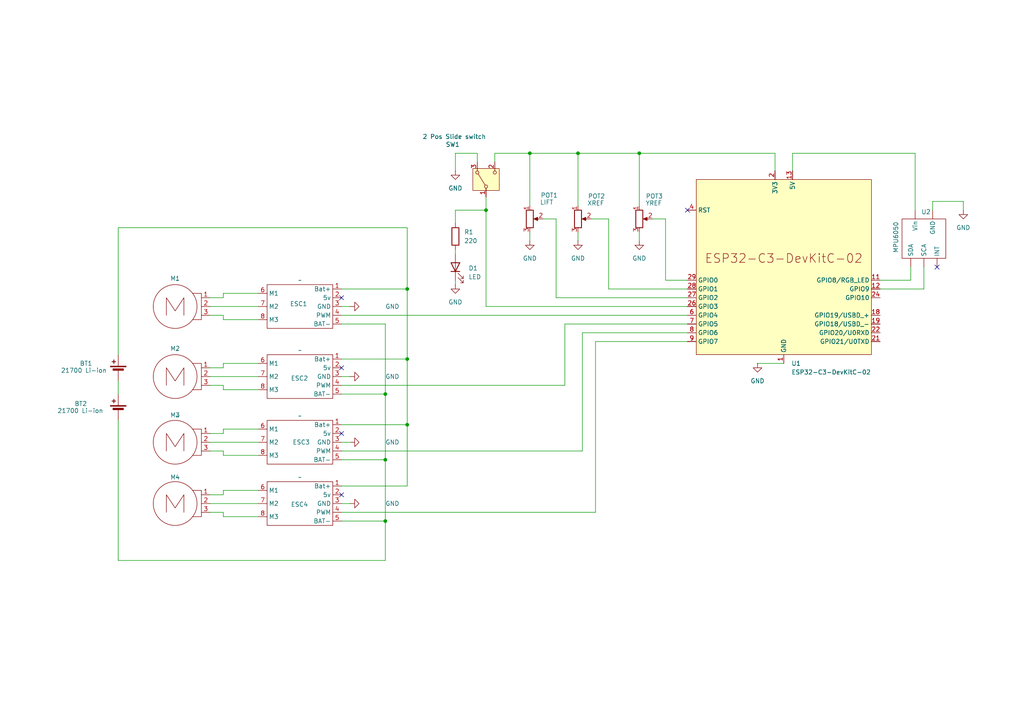
<source format=kicad_sch>
(kicad_sch (version 20231120) (generator "eeschema") (generator_version "8.0")
  (paper "A4")
  (title_block (title "Drone Schematic Period 1") (date "2024-10-10") (rev "1") (company "JS Drone Tech"))
  (lib_symbols
    (symbol "Device:Battery_Cell" (pin_numbers hide) (pin_names (offset 0) hide)
      (property "Reference" "BT" (at 2.54 2.54 0))
      (property "Value" "Battery_Cell" (at 2.54 0 0))
      (symbol "Battery_Cell_0_1"
        (rectangle (start -2.286 1.778) (end 2.286 1.524) (fill (type outline)))
        (rectangle (start -1.524 1.016) (end 1.524 0.508) (fill (type outline)))
        (polyline (pts (xy 0 0.762) (xy 0 0)))
        (polyline (pts (xy 0 1.778) (xy 0 2.54)))
        (polyline (pts (xy 0.762 3.048) (xy 1.778 3.048)) (stroke (width 0.254)))
        (polyline (pts (xy 1.27 3.556) (xy 1.27 2.54)) (stroke (width 0.254)))
      )
      (symbol "Battery_Cell_1_1"
        (pin passive line (at 0 5.08 270) (length 2.54) (name "+") (number "1"))
        (pin passive line (at 0 -2.54 90) (length 2.54) (name "-") (number "2"))
      )
    )
    (symbol "Device:LED" (pin_numbers hide) (pin_names (offset 1.016) hide)
      (property "Reference" "D" (at 0 2.54 0))
      (property "Value" "LED" (at 0 -2.54 0))
      (symbol "LED_0_1"
        (polyline (pts (xy -1.27 -1.27) (xy -1.27 1.27)) (stroke (width 0.254)))
        (polyline (pts (xy -1.27 0) (xy 1.27 0)))
        (polyline (pts (xy 1.27 -1.27) (xy 1.27 1.27) (xy -1.27 0) (xy 1.27 -1.27)) (stroke (width 0.254)))
        (polyline (pts (xy -3.048 -0.762) (xy -4.572 -2.286) (xy -3.81 -2.286) (xy -4.572 -2.286) (xy -4.572 -1.524)))
        (polyline (pts (xy -1.778 -0.762) (xy -3.302 -2.286) (xy -2.54 -2.286) (xy -3.302 -2.286) (xy -3.302 -1.524)))
      )
      (symbol "LED_1_1"
        (pin passive line (at -3.81 0 0) (length 2.54) (name "K") (number "1"))
        (pin passive line (at 3.81 0 180) (length 2.54) (name "A") (number "2"))
      )
    )
    (symbol "Device:R" (pin_numbers hide) (pin_names (offset 0))
      (property "Reference" "R" (at 2.032 0 90))
      (property "Value" "R" (at 0 0 90))
      (symbol "R_0_1"
        (rectangle (start -1.016 -2.54) (end 1.016 2.54) (stroke (width 0.254)))
      )
      (symbol "R_1_1"
        (pin passive line (at 0 3.81 270) (length 1.27) (name "~") (number "1"))
        (pin passive line (at 0 -3.81 90) (length 1.27) (name "~") (number "2"))
      )
    )
    (symbol "Device:R_Potentiometer" (pin_names (offset 1.016) hide)
      (property "Reference" "RV" (at -4.445 0 90))
      (property "Value" "R_Potentiometer" (at -2.54 0 90))
      (symbol "R_Potentiometer_0_1"
        (polyline (pts (xy 2.54 0) (xy 1.524 0)))
        (polyline (pts (xy 1.143 0) (xy 2.286 0.508) (xy 2.286 -0.508) (xy 1.143 0)) (fill (type outline)))
        (rectangle (start 1.016 2.54) (end -1.016 -2.54) (stroke (width 0.254)))
      )
      (symbol "R_Potentiometer_1_1"
        (pin passive line (at 0 3.81 270) (length 1.27) (name "1") (number "1"))
        (pin passive line (at 3.81 0 180) (length 1.27) (name "2") (number "2"))
        (pin passive line (at 0 -3.81 90) (length 1.27) (name "3") (number "3"))
      )
    )
    (symbol "Espressif:ESP32-C3-DevKitC-02"
      (property "Reference" "U" (at -25.4 30.48 0))
      (property "Value" "ESP32-C3-DevKitC-02" (at -25.4 27.94 0))
      (symbol "ESP32-C3-DevKitC-02_0_1"
        (rectangle (start -25.4 25.4) (end 25.4 -25.4) (fill (type background)))
      )
      (symbol "ESP32-C3-DevKitC-02_1_0"
        (text "ESP32-C3-DevKitC-02" (at 0 2.54 0) (effects (font (size 2.54 2.54))))
      )
      (symbol "ESP32-C3-DevKitC-02_1_1"
        (pin passive line (at 0 -27.94 90) (length 2.54) (name "GND") (number "1"))
        (pin passive line (at 0 -27.94 90) (length 2.54) hide (name "GND") (number "10"))
        (pin bidirectional line (at 27.94 -3.81 180) (length 2.54) (name "GPIO8/RGB_LED") (number "11"))
        (pin bidirectional line (at 27.94 -6.35 180) (length 2.54) (name "GPIO9") (number "12"))
        (pin power_in line (at 2.54 27.94 270) (length 2.54) (name "5V") (number "13"))
        (pin power_in line (at 2.54 27.94 270) (length 2.54) hide (name "5V") (number "14"))
        (pin passive line (at 0 -27.94 90) (length 2.54) hide (name "GND") (number "15"))
        (pin passive line (at 0 -27.94 90) (length 2.54) hide (name "GND") (number "16"))
        (pin passive line (at 0 -27.94 90) (length 2.54) hide (name "GND") (number "17"))
        (pin bidirectional line (at 27.94 -13.97 180) (length 2.54) (name "GPIO19/USBD_+") (number "18"))
        (pin bidirectional line (at 27.94 -16.51 180) (length 2.54) (name "GPIO18/USBD_-") (number "19"))
        (pin power_in line (at -2.54 27.94 270) (length 2.54) (name "3V3") (number "2"))
        (pin passive line (at 0 -27.94 90) (length 2.54) hide (name "GND") (number "20"))
        (pin bidirectional line (at 27.94 -21.59 180) (length 2.54) (name "GPIO21/U0TXD") (number "21"))
        (pin bidirectional line (at 27.94 -19.05 180) (length 2.54) (name "GPIO20/U0RXD") (number "22"))
        (pin passive line (at 0 -27.94 90) (length 2.54) hide (name "GND") (number "23"))
        (pin bidirectional line (at 27.94 -8.89 180) (length 2.54) (name "GPIO10") (number "24"))
        (pin passive line (at 0 -27.94 90) (length 2.54) hide (name "GND") (number "25"))
        (pin bidirectional line (at -27.94 -11.43 0) (length 2.54) (name "GPIO3") (number "26"))
        (pin bidirectional line (at -27.94 -8.89 0) (length 2.54) (name "GPIO2") (number "27"))
        (pin bidirectional line (at -27.94 -6.35 0) (length 2.54) (name "GPIO1") (number "28"))
        (pin bidirectional line (at -27.94 -3.81 0) (length 2.54) (name "GPIO0") (number "29"))
        (pin power_in line (at -2.54 27.94 270) (length 2.54) hide (name "3V3") (number "3"))
        (pin passive line (at 0 -27.94 90) (length 2.54) hide (name "GND") (number "30"))
        (pin output line (at -27.94 16.51 0) (length 2.54) (name "RST") (number "4"))
        (pin passive line (at 0 -27.94 90) (length 2.54) hide (name "GND") (number "5"))
        (pin bidirectional line (at -27.94 -13.97 0) (length 2.54) (name "GPIO4") (number "6"))
        (pin bidirectional line (at -27.94 -16.51 0) (length 2.54) (name "GPIO5") (number "7"))
        (pin bidirectional line (at -27.94 -19.05 0) (length 2.54) (name "GPIO6") (number "8"))
        (pin bidirectional line (at -27.94 -21.59 0) (length 2.54) (name "GPIO7") (number "9"))
      )
    )
    (symbol "JonasLib:BLDC_Motor"
      (property "Reference" "M" (at 0 7.874 0))
      (symbol "BLDC_Motor_0_1"
        (polyline (pts (xy 5.08 3.81) (xy 7.62 3.81) (xy 7.62 -3.81) (xy 5.08 -3.81)))
        (polyline (pts (xy -2.54 -2.54) (xy -2.54 2.54) (xy 0 -1.27) (xy 2.54 2.54) (xy 2.54 -2.54)))
        (circle (center 0 0) (radius 6.35))
      )
      (symbol "BLDC_Motor_1_1"
        (pin power_in line (at 10.16 2.54 180) (length 2.54) (name "") (number "1"))
        (pin power_in line (at 10.16 0 180) (length 2.54) (name "") (number "2"))
        (pin power_in line (at 10.16 -2.54 180) (length 2.54) (name "") (number "3"))
      )
    )
    (symbol "JonasLib:Drone_ESC"
      (property "Reference" "ESC" (at 0.762 -1.524 0))
      (symbol "Drone_ESC_0_1"
        (rectangle (start -8.89 5.08) (end 10.16 -7.62))
      )
      (symbol "Drone_ESC_1_1"
        (pin power_in line (at 12.7 3.81 180) (length 2.54) (name "Bat+") (number "1"))
        (pin power_out line (at 12.7 1.27 180) (length 2.54) (name "5v") (number "2"))
        (pin power_in line (at 12.7 -1.27 180) (length 2.54) (name "GND") (number "3"))
        (pin input line (at 12.7 -3.81 180) (length 2.54) (name "PWM") (number "4"))
        (pin power_in line (at 12.7 -6.35 180) (length 2.54) (name "BAT-") (number "5"))
        (pin power_out line (at -11.43 2.54 0) (length 2.54) (name "M1") (number "6"))
        (pin power_out line (at -11.43 -1.27 0) (length 2.54) (name "M2") (number "7"))
        (pin power_out line (at -11.43 -5.08 0) (length 2.54) (name "M3") (number "8"))
      )
    )
    (symbol "JonasLib:MPU6050"
      (property "Reference" "U" (at 0.762 -1.27 0))
      (property "Value" "MPU6050" (at 1.016 6.35 0))
      (symbol "MPU6050_0_1"
        (rectangle (start -5.08 5.08) (end 6.35 -7.62))
      )
      (symbol "MPU6050_1_1"
        (pin power_in line (at 8.89 -3.81 180) (length 2.54) (name "GND") (number ""))
        (pin power_in line (at -7.62 -5.08 0) (length 2.54) (name "INT") (number ""))
        (pin power_in line (at -7.62 -1.27 0) (length 2.54) (name "SCA") (number ""))
        (pin power_in line (at -7.62 2.54 0) (length 2.54) (name "SDA") (number ""))
        (pin power_in line (at 8.89 1.27 180) (length 2.54) (name "Vin") (number ""))
      )
    )
    (symbol "Switch:SW_Wuerth_450301014042" (pin_names (offset 1) hide)
      (property "Reference" "SW" (at 0 5.08 0))
      (property "Value" "SW_Wuerth_450301014042" (at 0 -5.08 0))
      (symbol "SW_Wuerth_450301014042_0_1"
        (circle (center -2.032 0) (radius 0.4572))
        (polyline (pts (xy -1.651 0.254) (xy 1.651 2.286)))
        (circle (center 2.032 -2.54) (radius 0.4572))
        (circle (center 2.032 2.54) (radius 0.4572))
      )
      (symbol "SW_Wuerth_450301014042_1_1"
        (rectangle (start -3.175 3.81) (end 3.175 -3.81) (fill (type background)))
        (pin passive line (at -5.08 0 0) (length 2.54) (name "B") (number "1"))
        (pin passive line (at 5.08 -2.54 180) (length 2.54) (name "C") (number "2"))
        (pin passive line (at 5.08 2.54 180) (length 2.54) (name "A") (number "3"))
      )
    )
    (symbol "power:GND" (power) (pin_numbers hide) (pin_names (offset 0) hide)
      (property "Value" "GND" (at 0 -3.81 0))
      (symbol "GND_0_1"
        (polyline (pts (xy 0 0) (xy 0 -1.27) (xy 1.27 -1.27) (xy 0 -2.54) (xy -1.27 -1.27) (xy 0 -1.27)))
      )
      (symbol "GND_1_1"
        (pin power_in line (at 0 0 270) (length 0) (name "~") (number "1"))
      )
    )
  )
  (junction (at 185.42 44.45))
  (junction (at 118.11 123.19))
  (junction (at 118.11 83.82))
  (junction (at 111.76 133.35))
  (junction (at 167.64 44.45))
  (junction (at 118.11 104.14))
  (junction (at 111.76 151.13))
  (junction (at 140.97 60.96))
  (junction (at 153.67 44.45))
  (junction (at 111.76 114.3))
  (no_connect (at 99.06 86.36))
  (no_connect (at 99.06 106.68))
  (no_connect (at 99.06 143.51))
  (no_connect (at 271.78 77.47))
  (no_connect (at 199.39 60.96))
  (no_connect (at 99.06 125.73))
  (wire (pts (xy 199.39 86.36) (xy 161.29 86.36)))
  (wire (pts (xy 265.43 44.45) (xy 229.87 44.45)))
  (wire (pts (xy 167.64 44.45) (xy 185.42 44.45)))
  (wire (pts (xy 138.43 44.45) (xy 132.08 44.45)))
  (wire (pts (xy 168.91 130.81) (xy 168.91 96.52)))
  (wire (pts (xy 163.83 93.98) (xy 199.39 93.98)))
  (wire (pts (xy 74.93 142.24) (xy 64.77 142.24)))
  (wire (pts (xy 64.77 105.41) (xy 74.93 105.41)))
  (wire (pts (xy 185.42 67.31) (xy 185.42 69.85)))
  (wire (pts (xy 227.33 105.41) (xy 219.71 105.41)))
  (wire (pts (xy 267.97 83.82) (xy 255.27 83.82)))
  (wire (pts (xy 199.39 83.82) (xy 176.53 83.82)))
  (wire (pts (xy 64.77 124.46) (xy 74.93 124.46)))
  (wire (pts (xy 199.39 99.06) (xy 172.72 99.06)))
  (wire (pts (xy 163.83 93.98) (xy 163.83 111.76)))
  (wire (pts (xy 60.96 146.05) (xy 74.93 146.05)))
  (wire (pts (xy 34.29 66.04) (xy 34.29 102.87)))
  (wire (pts (xy 168.91 96.52) (xy 199.39 96.52)))
  (wire (pts (xy 140.97 57.15) (xy 140.97 60.96)))
  (wire (pts (xy 267.97 77.47) (xy 267.97 83.82)))
  (wire (pts (xy 64.77 86.36) (xy 60.96 86.36)))
  (wire (pts (xy 255.27 81.28) (xy 264.16 81.28)))
  (wire (pts (xy 74.93 149.86) (xy 64.77 149.86)))
  (wire (pts (xy 99.06 114.3) (xy 111.76 114.3)))
  (wire (pts (xy 34.29 162.56) (xy 111.76 162.56)))
  (wire (pts (xy 161.29 63.5) (xy 161.29 86.36)))
  (wire (pts (xy 132.08 81.28) (xy 132.08 82.55)))
  (wire (pts (xy 224.79 49.53) (xy 224.79 44.45)))
  (wire (pts (xy 99.06 93.98) (xy 111.76 93.98)))
  (wire (pts (xy 60.96 88.9) (xy 74.93 88.9)))
  (wire (pts (xy 185.42 44.45) (xy 185.42 59.69)))
  (wire (pts (xy 64.77 113.03) (xy 64.77 111.76)))
  (wire (pts (xy 189.23 63.5) (xy 193.04 63.5)))
  (wire (pts (xy 132.08 72.39) (xy 132.08 73.66)))
  (wire (pts (xy 99.06 148.59) (xy 172.72 148.59)))
  (wire (pts (xy 140.97 60.96) (xy 140.97 88.9)))
  (wire (pts (xy 99.06 128.27) (xy 101.6 128.27)))
  (wire (pts (xy 74.93 92.71) (xy 64.77 92.71)))
  (wire (pts (xy 279.4 58.42) (xy 279.4 60.96)))
  (wire (pts (xy 111.76 93.98) (xy 111.76 114.3)))
  (wire (pts (xy 64.77 132.08) (xy 74.93 132.08)))
  (wire (pts (xy 99.06 151.13) (xy 111.76 151.13)))
  (wire (pts (xy 153.67 44.45) (xy 167.64 44.45)))
  (wire (pts (xy 118.11 66.04) (xy 34.29 66.04)))
  (wire (pts (xy 60.96 128.27) (xy 74.93 128.27)))
  (wire (pts (xy 99.06 123.19) (xy 118.11 123.19)))
  (wire (pts (xy 229.87 44.45) (xy 229.87 49.53)))
  (wire (pts (xy 270.51 58.42) (xy 279.4 58.42)))
  (wire (pts (xy 60.96 125.73) (xy 64.77 125.73)))
  (wire (pts (xy 64.77 125.73) (xy 64.77 124.46)))
  (wire (pts (xy 265.43 60.96) (xy 265.43 44.45)))
  (wire (pts (xy 64.77 142.24) (xy 64.77 143.51)))
  (wire (pts (xy 111.76 151.13) (xy 111.76 162.56)))
  (wire (pts (xy 111.76 114.3) (xy 111.76 133.35)))
  (wire (pts (xy 138.43 44.45) (xy 138.43 46.99)))
  (wire (pts (xy 99.06 130.81) (xy 168.91 130.81)))
  (wire (pts (xy 193.04 81.28) (xy 199.39 81.28)))
  (wire (pts (xy 118.11 104.14) (xy 118.11 83.82)))
  (wire (pts (xy 60.96 106.68) (xy 64.77 106.68)))
  (wire (pts (xy 64.77 111.76) (xy 60.96 111.76)))
  (wire (pts (xy 64.77 130.81) (xy 64.77 132.08)))
  (wire (pts (xy 64.77 92.71) (xy 64.77 91.44)))
  (wire (pts (xy 99.06 83.82) (xy 118.11 83.82)))
  (wire (pts (xy 167.64 44.45) (xy 167.64 59.69)))
  (wire (pts (xy 34.29 114.3) (xy 34.29 110.49)))
  (wire (pts (xy 99.06 146.05) (xy 101.6 146.05)))
  (wire (pts (xy 64.77 91.44) (xy 60.96 91.44)))
  (wire (pts (xy 34.29 121.92) (xy 34.29 162.56)))
  (wire (pts (xy 157.48 63.5) (xy 161.29 63.5)))
  (wire (pts (xy 74.93 85.09) (xy 64.77 85.09)))
  (wire (pts (xy 60.96 130.81) (xy 64.77 130.81)))
  (wire (pts (xy 171.45 63.5) (xy 176.53 63.5)))
  (wire (pts (xy 99.06 109.22) (xy 101.6 109.22)))
  (wire (pts (xy 153.67 44.45) (xy 153.67 59.69)))
  (wire (pts (xy 185.42 44.45) (xy 224.79 44.45)))
  (wire (pts (xy 99.06 104.14) (xy 118.11 104.14)))
  (wire (pts (xy 64.77 148.59) (xy 60.96 148.59)))
  (wire (pts (xy 167.64 67.31) (xy 167.64 69.85)))
  (wire (pts (xy 176.53 63.5) (xy 176.53 83.82)))
  (wire (pts (xy 172.72 99.06) (xy 172.72 148.59)))
  (wire (pts (xy 99.06 111.76) (xy 163.83 111.76)))
  (wire (pts (xy 60.96 109.22) (xy 74.93 109.22)))
  (wire (pts (xy 132.08 60.96) (xy 140.97 60.96)))
  (wire (pts (xy 153.67 44.45) (xy 143.51 44.45)))
  (wire (pts (xy 270.51 60.96) (xy 270.51 58.42)))
  (wire (pts (xy 118.11 123.19) (xy 118.11 140.97)))
  (wire (pts (xy 143.51 44.45) (xy 143.51 46.99)))
  (wire (pts (xy 153.67 67.31) (xy 153.67 69.85)))
  (wire (pts (xy 111.76 133.35) (xy 111.76 151.13)))
  (wire (pts (xy 64.77 149.86) (xy 64.77 148.59)))
  (wire (pts (xy 193.04 63.5) (xy 193.04 81.28)))
  (wire (pts (xy 132.08 44.45) (xy 132.08 49.53)))
  (wire (pts (xy 64.77 85.09) (xy 64.77 86.36)))
  (wire (pts (xy 99.06 91.44) (xy 199.39 91.44)))
  (wire (pts (xy 140.97 88.9) (xy 199.39 88.9)))
  (wire (pts (xy 99.06 140.97) (xy 118.11 140.97)))
  (wire (pts (xy 64.77 143.51) (xy 60.96 143.51)))
  (wire (pts (xy 264.16 77.47) (xy 264.16 81.28)))
  (wire (pts (xy 132.08 64.77) (xy 132.08 60.96)))
  (wire (pts (xy 99.06 133.35) (xy 111.76 133.35)))
  (wire (pts (xy 99.06 88.9) (xy 101.6 88.9)))
  (wire (pts (xy 118.11 83.82) (xy 118.11 66.04)))
  (wire (pts (xy 64.77 106.68) (xy 64.77 105.41)))
  (wire (pts (xy 118.11 104.14) (xy 118.11 123.19)))
  (wire (pts (xy 74.93 113.03) (xy 64.77 113.03)))
  (symbol (lib_id "Device:R") (at 132.08 68.58 0) (unit 1)
    (property "Reference" "R1" (at 134.62 67.3099 0) (effects (justify left)))
    (property "Value" "220" (at 134.62 69.8499 0) (effects (justify left)))
    (property "Description" "Resistor" (effects (hide yes)))
  )
  (symbol (lib_id "power:GND") (at 219.71 105.41 0) (unit 1)
    (property "Reference" "#PWR01" (effects (hide yes)))
    (property "Value" "GND" (at 219.71 110.49 0))
    (property "Description" "Power symbol creates a global label with name \"GND\" , ground" (effects (hide yes)))
  )
  (symbol (lib_id "Espressif:ESP32-C3-DevKitC-02") (at 227.33 77.47 0) (unit 1)
    (property "Reference" "U1" (at 229.5241 105.41 0) (effects (justify left)))
    (property "Value" "ESP32-C3-DevKitC-02" (at 229.5241 107.95 0) (effects (justify left)))
    (property "Footprint" "PCM_Espressif:ESP32-C3-DevKitC-02" (effects (hide yes)))
    (property "Datasheet" "https://www.espressif.com/sites/default/files/documentation/esp32-c3_datasheet_en.pdf" (effects (hide yes)))
    (property "Description" "ESP32-C3-DevKitC-02 is an entry-level development board based on ESP32-C3-WROOM-02, a general-purpose module with 4 MB SPI flash. This board integrates complete Wi-Fi and Bluetooth® Low Energy functions." (effects (hide yes)))
  )
  (symbol (lib_id "JonasLib:BLDC_Motor") (at 50.8 128.27 0) (unit 1)
    (property "Reference" "M3" (at 50.8 120.396 0))
    (property "Value" "~" (at 51.435 120.65 0))
  )
  (symbol (lib_id "JonasLib:BLDC_Motor") (at 50.8 146.05 0) (unit 1)
    (property "Reference" "M4" (at 50.8 138.43 0))
    (property "Value" "~" (at 51.435 138.43 0))
  )
  (symbol (lib_id "power:GND") (at 132.08 49.53 0) (unit 1)
    (property "Reference" "#PWR08" (effects (hide yes)))
    (property "Value" "GND" (at 132.08 54.61 0))
    (property "Description" "Power symbol creates a global label with name \"GND\" , ground" (effects (hide yes)))
  )
  (symbol (lib_id "Device:R_Potentiometer") (at 153.67 63.5 0) (unit 1)
    (property "Reference" "POT1" (at 161.798 56.642 0) (effects (justify right)))
    (property "Value" "LIFT" (at 160.528 58.674 0) (effects (justify right)))
    (property "Description" "Potentiometer" (effects (hide yes)))
  )
  (symbol (lib_id "power:GND") (at 101.6 146.05 90) (unit 1)
    (property "Reference" "#PWR07" (effects (hide yes)))
    (property "Value" "GND" (at 111.76 146.0499 90) (effects (justify right)))
    (property "Description" "Power symbol creates a global label with name \"GND\" , ground" (effects (hide yes)))
  )
  (symbol (lib_id "JonasLib:Drone_ESC") (at 86.36 87.63 0) (unit 1)
    (property "Reference" "ESC1" (at 86.614 88.138 0))
    (property "Value" "~" (at 86.995 81.28 0))
  )
  (symbol (lib_id "power:GND") (at 101.6 128.27 90) (unit 1)
    (property "Reference" "#PWR06" (effects (hide yes)))
    (property "Value" "GND" (at 111.76 128.2699 90) (effects (justify right)))
    (property "Description" "Power symbol creates a global label with name \"GND\" , ground" (effects (hide yes)))
  )
  (symbol (lib_id "power:GND") (at 101.6 109.22 90) (unit 1)
    (property "Reference" "#PWR05" (effects (hide yes)))
    (property "Value" "GND" (at 111.76 109.2199 90) (effects (justify right)))
    (property "Description" "Power symbol creates a global label with name \"GND\" , ground" (effects (hide yes)))
  )
  (symbol (lib_id "JonasLib:Drone_ESC") (at 86.36 127 0) (unit 1)
    (property "Reference" "ESC3" (at 87.376 128.27 0))
    (property "Value" "~" (at 86.995 120.65 0))
  )
  (symbol (lib_id "JonasLib:BLDC_Motor") (at 50.8 88.9 0) (unit 1)
    (property "Reference" "M1" (at 50.8 80.772 0))
    (property "Value" "~" (at 51.435 81.28 0))
  )
  (symbol (lib_id "JonasLib:Drone_ESC") (at 86.36 107.95 0) (unit 1)
    (property "Reference" "ESC2" (at 86.868 109.728 0))
    (property "Value" "~" (at 86.995 101.6 0))
  )
  (symbol (lib_id "power:GND") (at 153.67 69.85 0) (unit 1)
    (property "Reference" "#PWR02" (effects (hide yes)))
    (property "Value" "GND" (at 153.67 74.93 0))
    (property "Description" "Power symbol creates a global label with name \"GND\" , ground" (effects (hide yes)))
  )
  (symbol (lib_id "power:GND") (at 167.64 69.85 0) (unit 1)
    (property "Reference" "#PWR03" (effects (hide yes)))
    (property "Value" "GND" (at 167.64 74.93 0))
    (property "Description" "Power symbol creates a global label with name \"GND\" , ground" (effects (hide yes)))
  )
  (symbol (lib_id "power:GND") (at 132.08 82.55 0) (unit 1)
    (property "Reference" "#PWR09" (effects (hide yes)))
    (property "Value" "GND" (at 132.08 87.63 0))
    (property "Description" "Power symbol creates a global label with name \"GND\" , ground" (effects (hide yes)))
  )
  (symbol (lib_id "Device:Battery_Cell") (at 34.29 107.95 0) (mirror y) (unit 1)
    (property "Reference" "BT1" (at 23.114 105.41 0) (effects (justify right)))
    (property "Value" "21700 Li-ion" (at 30.988 107.442 0) (effects (justify left)))
    (property "Description" "Single-cell battery" (effects (hide yes)))
  )
  (symbol (lib_id "power:GND") (at 101.6 88.9 90) (unit 1)
    (property "Reference" "#PWR04" (effects (hide yes)))
    (property "Value" "GND" (at 111.76 88.8999 90) (effects (justify right)))
    (property "Description" "Power symbol creates a global label with name \"GND\" , ground" (effects (hide yes)))
  )
  (symbol (lib_id "Switch:SW_Wuerth_450301014042") (at 140.97 52.07 90) (unit 1)
    (property "Reference" "SW1" (at 133.35 41.91 90) (effects (justify left)))
    (property "Value" "2 Pos Slide switch" (at 140.97 39.624 90) (effects (justify left)))
    (property "Footprint" "Button_Switch_THT:SW_Slide-03_Wuerth-WS-SLTV_10x2.5x6.4_P2.54mm" (effects (hide yes)))
    (property "Datasheet" "https://www.we-online.com/components/products/datasheet/450301014042.pdf" (effects (hide yes)))
    (property "Description" "Switch slide, single pole double throw" (effects (hide yes)))
  )
  (symbol (lib_id "Device:R_Potentiometer") (at 185.42 63.5 0) (unit 1)
    (property "Reference" "POT3" (at 192.278 56.896 0) (effects (justify right)))
    (property "Value" "YREF" (at 192.024 58.928 0) (effects (justify right)))
    (property "Description" "Potentiometer" (effects (hide yes)))
  )
  (symbol (lib_id "Device:R_Potentiometer") (at 167.64 63.5 0) (unit 1)
    (property "Reference" "POT2" (at 175.514 56.896 0) (effects (justify right)))
    (property "Value" "XREF" (at 175.26 58.928 0) (effects (justify right)))
    (property "Description" "Potentiometer" (effects (hide yes)))
  )
  (symbol (lib_id "Device:LED") (at 132.08 77.47 90) (unit 1)
    (property "Reference" "D1" (at 135.89 77.7874 90) (effects (justify right)))
    (property "Value" "LED" (at 135.89 80.3274 90) (effects (justify right)))
    (property "Description" "Light emitting diode" (effects (hide yes)))
  )
  (symbol (lib_id "power:GND") (at 185.42 69.85 0) (unit 1)
    (property "Reference" "#PWR011" (effects (hide yes)))
    (property "Value" "GND" (at 185.42 74.93 0))
    (property "Description" "Power symbol creates a global label with name \"GND\" , ground" (effects (hide yes)))
  )
  (symbol (lib_id "JonasLib:MPU6050") (at 266.7 69.85 90) (unit 1)
    (property "Reference" "U2" (at 267.208 61.468 90) (effects (justify right)))
    (property "Value" "MPU6050" (at 259.842 64.262 0) (effects (justify right)))
  )
  (symbol (lib_id "JonasLib:Drone_ESC") (at 86.36 144.78 0) (unit 1)
    (property "Reference" "ESC4" (at 86.868 146.304 0))
    (property "Value" "~" (at 86.995 138.43 0))
  )
  (symbol (lib_id "JonasLib:BLDC_Motor") (at 50.8 109.22 0) (unit 1)
    (property "Reference" "M2" (at 50.8 101.092 0))
    (property "Value" "~" (at 51.435 101.6 0))
  )
  (symbol (lib_id "Device:Battery_Cell") (at 34.29 119.38 0) (mirror y) (unit 1)
    (property "Reference" "BT2" (at 21.59 117.094 0) (effects (justify right)))
    (property "Value" "21700 Li-ion" (at 29.972 119.126 0) (effects (justify left)))
    (property "Description" "Single-cell battery" (effects (hide yes)))
  )
  (symbol (lib_id "power:GND") (at 279.4 60.96 0) (unit 1)
    (property "Reference" "#PWR010" (effects (hide yes)))
    (property "Value" "GND" (at 279.4 66.04 0))
    (property "Description" "Power symbol creates a global label with name \"GND\" , ground" (effects (hide yes)))
  )
)
</source>
